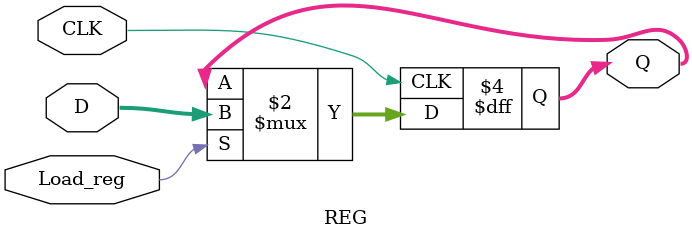
<source format=v>
`timescale 1ns / 1ps

module REG(
        input CLK, Load_reg,
        input [31:0] D,
        output reg [31:0] Q
    );
    
    always@ (posedge CLK)
    begin
        if(Load_reg) Q <= D;
    end
endmodule

</source>
